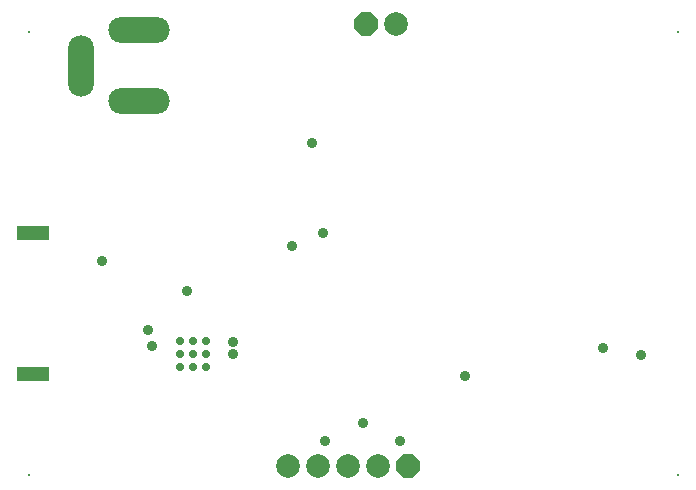
<source format=gbs>
G04 Layer_Color=16711935*
%FSLAX43Y43*%
%MOMM*%
G71*
G01*
G75*
%ADD46C,2.003*%
%ADD47P,2.168X8X202.5*%
%ADD48C,0.203*%
%ADD49R,2.703X1.203*%
%ADD50O,5.203X2.203*%
%ADD51O,2.203X5.203*%
%ADD52C,0.903*%
%ADD53C,0.703*%
D46*
X26985Y3325D02*
D03*
X29525D02*
D03*
X32065D02*
D03*
X24445D02*
D03*
X33595Y40675D02*
D03*
D47*
X34605Y3325D02*
D03*
X31055Y40675D02*
D03*
D48*
X57500Y40000D02*
D03*
Y2500D02*
D03*
X2500D02*
D03*
Y40000D02*
D03*
D49*
X2900Y23000D02*
D03*
X2825Y11050D02*
D03*
D50*
X11800Y34200D02*
D03*
Y40200D02*
D03*
D51*
X6900Y37150D02*
D03*
D52*
X12600Y14775D02*
D03*
X12950Y13425D02*
D03*
X15925Y18125D02*
D03*
X54350Y12700D02*
D03*
X26500Y30650D02*
D03*
X27450Y22975D02*
D03*
X24800Y21875D02*
D03*
X8675Y20650D02*
D03*
X19775Y12800D02*
D03*
Y13825D02*
D03*
X33975Y5375D02*
D03*
X27625Y5400D02*
D03*
X39400Y10875D02*
D03*
X30800Y6925D02*
D03*
X51125Y13275D02*
D03*
D53*
X17550Y13850D02*
D03*
Y12750D02*
D03*
Y11650D02*
D03*
X16450Y13850D02*
D03*
Y12750D02*
D03*
Y11650D02*
D03*
X15350Y13850D02*
D03*
Y12750D02*
D03*
Y11650D02*
D03*
M02*

</source>
